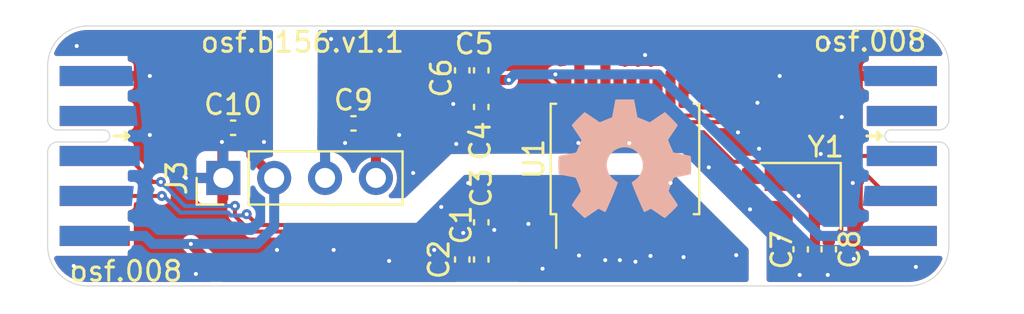
<source format=kicad_pcb>
(kicad_pcb (version 20221018) (generator pcbnew)
  (layers (0 "F.Cu" signal) (31 "B.Cu" signal) (34 "B.Paste" user) (35 "F.Paste" user) (36 "B.SilkS" user "B.Silkscreen") (37 "F.SilkS" user "F.Silkscreen") (38 "B.Mask" user) (39 "F.Mask" user) (44 "Edge.Cuts" user))
  (net 0 "")
  (net 1 "/iso/VDD1")
  (net 2 "/iso/VDD2")
  (net 3 "Net-(U1-XI2)")
  (net 4 "Net-(U1-XO2)")
  (net 6 "/iso/DD+")
  (net 7 "/iso/DD-")
  (net 13 "/iso/D+")
  (net 14 "/iso/D-")
  (net 19 "/iso/PGOOD")
  (net 20 "/dcdc/GND1")
  (net 21 "/dcdc/5Vin")
  (net 22 "/dcdc/GND2")
  (net 23 "/dcdc/5Vout")
  (footprint "Capacitor_SMD:C_0402_1005Metric" (layer "F.Cu") (at 177.6 101.17 -90)
    (fp_text reference "C7" (at 0.03 0.95 90) (layer "F.SilkS"))
    (fp_text value "8pF")
    (fp_line (start -0.107836 -0.36) (end 0.107836 -0.36) (stroke (width 0.12)) (layer "F.SilkS"))
    (fp_line (start -0.107836 0.36) (end 0.107836 0.36) (stroke (width 0.12)) (layer "F.SilkS"))
    (pad "1" smd roundrect (at -0.48 0 270) (size 0.56 0.62) (layers "F.Cu" "F.Paste" "F.Mask") (net 3 "Net-(U1-XI2)"))
    (pad "2" smd roundrect (at 0.48 0 270) (size 0.56 0.62) (layers "F.Cu" "F.Paste" "F.Mask") (net 22 "/dcdc/GND2"))
  )
  (footprint "Package_SO:SSOP-20_5.3x7.2mm_P0.65mm" (layer "F.Cu") (at 168.825 96.65 90)
    (fp_text reference "U1" (at 0 -4.55 90) (layer "F.SilkS"))
    (fp_text value "ADUM3166")
    (fp_line (start -2.76 -3.71) (end -2.76 -3.435) (stroke (width 0.12)) (layer "F.SilkS"))
    (fp_line (start -2.76 -3.435) (end -4.45 -3.435) (stroke (width 0.12)) (layer "F.SilkS"))
    (fp_line (start -2.76 3.71) (end -2.76 3.435) (stroke (width 0.12)) (layer "F.SilkS"))
    (fp_line (start 0 -3.71) (end -2.76 -3.71) (stroke (width 0.12)) (layer "F.SilkS"))
    (fp_line (start 0 -3.71) (end 2.76 -3.71) (stroke (width 0.12)) (layer "F.SilkS"))
    (fp_line (start 0 3.71) (end -2.76 3.71) (stroke (width 0.12)) (layer "F.SilkS"))
    (fp_line (start 0 3.71) (end 2.76 3.71) (stroke (width 0.12)) (layer "F.SilkS"))
    (fp_line (start 2.76 -3.71) (end 2.76 -3.435) (stroke (width 0.12)) (layer "F.SilkS"))
    (fp_line (start 2.76 3.71) (end 2.76 3.435) (stroke (width 0.12)) (layer "F.SilkS"))
    (pad "1" smd roundrect (at -3.5 -2.925 90) (size 1.9 0.5) (layers "F.Cu" "F.Paste" "F.Mask") (net 21 "/dcdc/5Vin"))
    (pad "2" smd roundrect (at -3.5 -2.275 90) (size 1.9 0.5) (layers "F.Cu" "F.Paste" "F.Mask") (net 20 "/dcdc/GND1"))
    (pad "3" smd roundrect (at -3.5 -1.625 90) (size 1.9 0.5) (layers "F.Cu" "F.Paste" "F.Mask") (net 1 "/iso/VDD1"))
    (pad "4" smd roundrect (at -3.5 -0.975 90) (size 1.9 0.5) (layers "F.Cu" "F.Paste" "F.Mask") (net 20 "/dcdc/GND1"))
    (pad "5" smd roundrect (at -3.5 -0.325 90) (size 1.9 0.5) (layers "F.Cu" "F.Paste" "F.Mask") (net 20 "/dcdc/GND1"))
    (pad "6" smd roundrect (at -3.5 0.325 90) (size 1.9 0.5) (layers "F.Cu" "F.Paste" "F.Mask") (net 20 "/dcdc/GND1"))
    (pad "7" smd roundrect (at -3.5 0.975 90) (size 1.9 0.5) (layers "F.Cu" "F.Paste" "F.Mask") (net 20 "/dcdc/GND1"))
    (pad "8" smd roundrect (at -3.5 1.625 90) (size 1.9 0.5) (layers "F.Cu" "F.Paste" "F.Mask") (net 13 "/iso/D+"))
    (pad "9" smd roundrect (at -3.5 2.275 90) (size 1.9 0.5) (layers "F.Cu" "F.Paste" "F.Mask") (net 14 "/iso/D-"))
    (pad "10" smd roundrect (at -3.5 2.925 90) (size 1.9 0.5) (layers "F.Cu" "F.Paste" "F.Mask") (net 20 "/dcdc/GND1"))
    (pad "11" smd roundrect (at 3.5 2.925 90) (size 1.9 0.5) (layers "F.Cu" "F.Paste" "F.Mask") (net 22 "/dcdc/GND2"))
    (pad "12" smd roundrect (at 3.5 2.275 90) (size 1.9 0.5) (layers "F.Cu" "F.Paste" "F.Mask") (net 6 "/iso/DD+"))
    (pad "13" smd roundrect (at 3.5 1.625 90) (size 1.9 0.5) (layers "F.Cu" "F.Paste" "F.Mask") (net 7 "/iso/DD-"))
    (pad "14" smd roundrect (at 3.5 0.975 90) (size 1.9 0.5) (layers "F.Cu" "F.Paste" "F.Mask") (net 19 "/iso/PGOOD"))
    (pad "15" smd roundrect (at 3.5 0.325 90) (size 1.9 0.5) (layers "F.Cu" "F.Paste" "F.Mask") (net 4 "Net-(U1-XO2)"))
    (pad "16" smd roundrect (at 3.5 -0.325 90) (size 1.9 0.5) (layers "F.Cu" "F.Paste" "F.Mask") (net 3 "Net-(U1-XI2)"))
    (pad "17" smd roundrect (at 3.5 -0.975 90) (size 1.9 0.5) (layers "F.Cu" "F.Paste" "F.Mask") (net 22 "/dcdc/GND2"))
    (pad "18" smd roundrect (at 3.5 -1.625 90) (size 1.9 0.5) (layers "F.Cu" "F.Paste" "F.Mask") (net 2 "/iso/VDD2"))
    (pad "19" smd roundrect (at 3.5 -2.275 90) (size 1.9 0.5) (layers "F.Cu" "F.Paste" "F.Mask") (net 22 "/dcdc/GND2"))
    (pad "20" smd roundrect (at 3.5 -2.925 90) (size 1.9 0.5) (layers "F.Cu" "F.Paste" "F.Mask") (net 23 "/dcdc/5Vout"))
  )
  (footprint "Capacitor_SMD:C_0402_1005Metric" (layer "F.Cu") (at 161.65 92.22 90)
    (fp_text reference "C5" (at 1.32 -0.35) (layer "F.SilkS"))
    (fp_text value "10uF")
    (fp_line (start -0.107836 -0.36) (end 0.107836 -0.36) (stroke (width 0.12)) (layer "F.SilkS"))
    (fp_line (start -0.107836 0.36) (end 0.107836 0.36) (stroke (width 0.12)) (layer "F.SilkS"))
    (pad "1" smd roundrect (at -0.48 0 90) (size 0.56 0.62) (layers "F.Cu" "F.Paste" "F.Mask") (net 23 "/dcdc/5Vout"))
    (pad "2" smd roundrect (at 0.48 0 90) (size 0.56 0.62) (layers "F.Cu" "F.Paste" "F.Mask") (net 22 "/dcdc/GND2"))
  )
  (footprint "Capacitor_SMD:C_0402_1005Metric" (layer "F.Cu") (at 161.65 94.05 90)
    (fp_text reference "C4" (at -1.7 -0.05 90) (layer "F.SilkS"))
    (fp_text value "100nF")
    (fp_line (start -0.107836 -0.36) (end 0.107836 -0.36) (stroke (width 0.12)) (layer "F.SilkS"))
    (fp_line (start -0.107836 0.36) (end 0.107836 0.36) (stroke (width 0.12)) (layer "F.SilkS"))
    (pad "1" smd roundrect (at -0.48 0 90) (size 0.56 0.62) (layers "F.Cu" "F.Paste" "F.Mask") (net 2 "/iso/VDD2"))
    (pad "2" smd roundrect (at 0.48 0 90) (size 0.56 0.62) (layers "F.Cu" "F.Paste" "F.Mask") (net 22 "/dcdc/GND2"))
  )
  (footprint "Connector_PinHeader_2.54mm:PinHeader_1x04_P2.54mm_Vertical" (layer "F.Cu") (at 148.77 97.6 90)
    (fp_text reference "J3" (at 0 -2.33 90) (layer "F.SilkS"))
    (fp_text value "B0505M-2WR2")
    (fp_line (start -1.33 -1.33) (end 0 -1.33) (stroke (width 0.12)) (layer "F.SilkS"))
    (fp_line (start -1.33 0) (end -1.33 -1.33) (stroke (width 0.12)) (layer "F.SilkS"))
    (fp_line (start -1.33 1.27) (end -1.33 8.95) (stroke (width 0.12)) (layer "F.SilkS"))
    (fp_line (start -1.33 1.27) (end 1.33 1.27) (stroke (width 0.12)) (layer "F.SilkS"))
    (fp_line (start -1.33 8.95) (end 1.33 8.95) (stroke (width 0.12)) (layer "F.SilkS"))
    (fp_line (start 1.33 1.27) (end 1.33 8.95) (stroke (width 0.12)) (layer "F.SilkS"))
    (pad "1" thru_hole rect (at 0 0 90) (size 1.7 1.7) (drill 1) (layers "*.Cu" "*.Mask") (net 20 "/dcdc/GND1"))
    (pad "2" thru_hole oval (at 0 2.54 90) (size 1.7 1.7) (drill 1) (layers "*.Cu" "*.Mask") (net 21 "/dcdc/5Vin"))
    (pad "3" thru_hole oval (at 0 5.08 90) (size 1.7 1.7) (drill 1) (layers "*.Cu" "*.Mask") (net 22 "/dcdc/GND2"))
    (pad "4" thru_hole oval (at 0 7.62 90) (size 1.7 1.7) (drill 1) (layers "*.Cu" "*.Mask") (net 23 "/dcdc/5Vout"))
  )
  (footprint "Capacitor_SMD:C_0402_1005Metric" (layer "F.Cu") (at 160.7 92.22 90)
    (fp_text reference "C6" (at -0.38 -1.05 90) (layer "F.SilkS"))
    (fp_text value "100nF")
    (fp_line (start -0.107836 -0.36) (end 0.107836 -0.36) (stroke (width 0.12)) (layer "F.SilkS"))
    (fp_line (start -0.107836 0.36) (end 0.107836 0.36) (stroke (width 0.12)) (layer "F.SilkS"))
    (pad "1" smd roundrect (at -0.48 0 90) (size 0.56 0.62) (layers "F.Cu" "F.Paste" "F.Mask") (net 23 "/dcdc/5Vout"))
    (pad "2" smd roundrect (at 0.48 0 90) (size 0.56 0.62) (layers "F.Cu" "F.Paste" "F.Mask") (net 22 "/dcdc/GND2"))
  )
  (footprint "Capacitor_SMD:C_0402_1005Metric" (layer "F.Cu") (at 160.7 101.68 90)
    (fp_text reference "C2" (at 0 -1.16 90) (layer "F.SilkS"))
    (fp_text value "10uF")
    (fp_line (start -0.107836 -0.36) (end 0.107836 -0.36) (stroke (width 0.12)) (layer "F.SilkS"))
    (fp_line (start -0.107836 0.36) (end 0.107836 0.36) (stroke (width 0.12)) (layer "F.SilkS"))
    (pad "1" smd roundrect (at -0.48 0 90) (size 0.56 0.62) (layers "F.Cu" "F.Paste" "F.Mask") (net 21 "/dcdc/5Vin"))
    (pad "2" smd roundrect (at 0.48 0 90) (size 0.56 0.62) (layers "F.Cu" "F.Paste" "F.Mask") (net 20 "/dcdc/GND1"))
  )
  (footprint "on_edge:on_edge_2x05_host" (layer "F.Cu") (at 185 96.5 -90)
    (fp_text reference "J1")
    (fp_text value "008_USB")
    (fp_line (start -1 3.373) (end -1.2 3.573) (stroke (width 0.153)) (layer "F.SilkS"))
    (fp_line (start -1 4.1) (end -1 3.373) (stroke (width 0.153)) (layer "F.SilkS"))
    (fp_line (start -0.8 3.573) (end -1 3.373) (stroke (width 0.153)) (layer "F.SilkS"))
    (fp_line (start -4 0) (end -1.8 0) (stroke (width 0.05)) (layer "Edge.Cuts"))
    (fp_line (start -1.3 0.5) (end -1.3 2.9) (stroke (width 0.05)) (layer "Edge.Cuts"))
    (fp_line (start -0.7 2.9) (end -0.7 0.5) (stroke (width 0.05)) (layer "Edge.Cuts"))
    (fp_line (start -0.2 0) (end 4 0) (stroke (width 0.05)) (layer "Edge.Cuts"))
    (fp_arc (start -1.8 0) (mid -1.446447 0.146447) (end -1.3 0.5) (stroke (width 0.05)) (layer "Edge.Cuts"))
    (fp_arc (start -0.7 0.5) (mid -0.553553 0.146447) (end -0.2 0) (stroke (width 0.05)) (layer "Edge.Cuts"))
    (fp_arc (start -0.7 2.9) (mid -1 3.2) (end -1.3 2.9) (stroke (width 0.05)) (layer "Edge.Cuts"))
    (pad "1" smd rect (at -4 2.35 270) (size 1 3.5) (layers "F.Cu" "F.Mask") (net 22 "/dcdc/GND2"))
    (pad "2" smd rect (at -2 2.35 270) (size 1 3.5) (layers "F.Cu" "F.Mask"))
    (pad "3" smd rect (at 0 2.35 270) (size 1 3.5) (layers "F.Cu" "F.Mask") (net 6 "/iso/DD+"))
    (pad "4" smd rect (at 2 2.35 270) (size 1 3.5) (layers "F.Cu" "F.Mask") (net 7 "/iso/DD-"))
    (pad "5" smd rect (at 4 2.35 270) (size 1 3.5) (layers "F.Cu" "F.Mask"))
    (pad "6" smd custom (at -4 2.4 90) (size 1 3.6) (layers "B.Cu" "B.Mask") (options (clearance outline) (anchor rect)) (primitives (gr_poly (pts (xy 0.5 -1.8) (xy -0.5 -1.8) (xy 0.5 -1.9)) (width 0) (fill yes))))
    (pad "7" smd rect (at -2 2.35 90) (size 1 3.5) (layers "B.Cu" "B.Mask"))
    (pad "8" smd rect (at 0 2.35 90) (size 1 3.5) (layers "B.Cu" "B.Mask"))
    (pad "9" smd custom (at 2 2.4 90) (size 1 3.6) (layers "B.Cu" "B.Mask") (options (clearance outline) (anchor rect)) (primitives (gr_poly (pts (xy 0.5 -1.8) (xy -0.5 -1.8) (xy -0.5 -1.9)) (width 0) (fill yes))))
    (pad "10" smd custom (at 4 2.5 90) (size 1 3.8) (layers "B.Cu" "B.Mask") (net 23 "/dcdc/5Vout") (options (clearance outline) (anchor rect)) (primitives (gr_poly (pts (xy 0.5 -1.9) (xy -0.5 -1.9) (xy -0.5 -2)) (width 0) (fill yes))))
    (zone (net 0) (net_name "") (layers "F&B.Cu") (connect_pads (clearance 0)) (min_thickness 0.254)
      (keepout (tracks allowed) (vias not_allowed) (pads allowed) (copperpour not_allowed) (footprints not_allowed))
      (fill (thermal_gap 0.508) (thermal_bridge_width 0.508))
      (polygon (pts (xy 181 101.5) (xy 181 91.5) (xy 185 91.5) (xy 185 101.5)))
    )
  )
  (footprint "on_edge:on_edge_2x05_device" (layer "F.Cu") (at 140 96.5 -90)
    (fp_text reference "J2")
    (fp_text value "008_USB")
    (fp_line (start -1.2 -3.85) (end -1 -4.05) (stroke (width 0.153)) (layer "F.SilkS"))
    (fp_line (start -1 -4.05) (end -1 -3.323) (stroke (width 0.153)) (layer "F.SilkS"))
    (fp_line (start -1 -4.05) (end -0.8 -3.85) (stroke (width 0.153)) (layer "F.SilkS"))
    (fp_line (start -4 0) (end -1.8 0) (stroke (width 0.05)) (layer "Edge.Cuts"))
    (fp_line (start -1.3 -2.8) (end -1.3 -0.5) (stroke (width 0.05)) (layer "Edge.Cuts"))
    (fp_line (start -0.7 -0.5) (end -0.7 -2.8) (stroke (width 0.05)) (layer "Edge.Cuts"))
    (fp_line (start -0.2 0) (end 4 0) (stroke (width 0.05)) (layer "Edge.Cuts"))
    (fp_arc (start -1.3 -2.8) (mid -1 -3.1) (end -0.7 -2.8) (stroke (width 0.05)) (layer "Edge.Cuts"))
    (fp_arc (start -1.3 -0.5) (mid -1.446447 -0.146447) (end -1.8 0) (stroke (width 0.05)) (layer "Edge.Cuts"))
    (fp_arc (start -0.2 0) (mid -0.553553 -0.146447) (end -0.7 -0.5) (stroke (width 0.05)) (layer "Edge.Cuts"))
    (pad "1" smd rect (at -4 -2.35 90) (size 1 3.5) (layers "F.Cu" "F.Mask") (net 20 "/dcdc/GND1"))
    (pad "2" smd rect (at -2 -2.35 270) (size 1 3.5) (layers "F.Cu" "F.Mask"))
    (pad "3" smd rect (at 0 -2.35 270) (size 1 3.5) (layers "F.Cu" "F.Mask") (net 13 "/iso/D+"))
    (pad "4" smd rect (at 2 -2.35 90) (size 1 3.5) (layers "F.Cu" "F.Mask") (net 14 "/iso/D-"))
    (pad "5" smd rect (at 4 -2.35 90) (size 1 3.5) (layers "F.Cu" "F.Mask"))
    (pad "6" smd custom (at -4 -2.4 270) (size 1 3.6) (layers "B.Cu" "B.Mask") (options (clearance outline) (anchor rect)) (primitives (gr_poly (pts (xy 0.5 -1.8) (xy 0.5 -1.9) (xy -0.5 -1.8)) (width 0) (fill yes))))
    (pad "7" smd custom (at -2 -2.1 270) (size 1 3) (layers "B.Cu" "B.Mask") (options (clearance outline) (anchor rect)) (primitives (gr_poly (pts (xy 0.3 -0.51) (xy 0.31 -0.62) (xy 0.33 -0.7) (xy 0.35 -0.76) (xy 0.37 -0.81) (xy 0.4 -0.86) (xy 0.44 -0.92) (xy 0.48 -0.97) (xy 0.5 -0.99) (xy 0.5 -2.4) (xy -0.5 -2.3) (xy -0.5 1.5) (xy 0.3 1.5)) (width 0) (fill yes))))
    (pad "8" smd rect (at 0 -2.6 270) (size 1 4) (layers "B.Cu" "B.Mask"))
    (pad "9" smd custom (at 2 -2.4 270) (size 1 3.6) (layers "B.Cu" "B.Mask") (options (clearance outline) (anchor rect)) (primitives (gr_poly (pts (xy -0.5 -1.8) (xy -0.5 -1.9) (xy 0.5 -1.8)) (width 0) (fill yes))))
    (pad "10" smd custom (at 4 -2.3 270) (size 1 3.4) (layers "B.Cu" "B.Mask") (net 21 "/dcdc/5Vin") (options (clearance outline) (anchor rect)) (primitives (gr_poly (pts (xy -0.5 -1.7) (xy -0.5 -1.8) (xy 0.5 -1.7)) (width 0) (fill yes))))
    (zone (net 0) (net_name "") (layers "F&B.Cu") (connect_pads (clearance 0)) (min_thickness 0.254)
      (keepout (tracks allowed) (vias not_allowed) (pads allowed) (copperpour not_allowed) (footprints not_allowed))
      (fill (thermal_gap 0.508) (thermal_bridge_width 0.508))
      (polygon (pts (xy 140 101.5) (xy 140 91.5) (xy 144 91.5) (xy 144 101.5)))
    )
  )
  (footprint "Capacitor_SMD:C_0402_1005Metric" (layer "F.Cu") (at 161.65 99.82 -90)
    (fp_text reference "C3" (at -1.72 0 90) (layer "F.SilkS"))
    (fp_text value "100nF")
    (fp_line (start -0.107836 -0.36) (end 0.107836 -0.36) (stroke (width 0.12)) (layer "F.SilkS"))
    (fp_line (start -0.107836 0.36) (end 0.107836 0.36) (stroke (width 0.12)) (layer "F.SilkS"))
    (pad "1" smd roundrect (at -0.48 0 270) (size 0.56 0.62) (layers "F.Cu" "F.Paste" "F.Mask") (net 1 "/iso/VDD1"))
    (pad "2" smd roundrect (at 0.48 0 270) (size 0.56 0.62) (layers "F.Cu" "F.Paste" "F.Mask") (net 20 "/dcdc/GND1"))
  )
  (footprint "Capacitor_SMD:C_0402_1005Metric" (layer "F.Cu") (at 149.26 95.09)
    (fp_text reference "C10" (at 0 -1.16) (layer "F.SilkS"))
    (fp_text value "10uF")
    (fp_line (start -0.107836 -0.36) (end 0.107836 -0.36) (stroke (width 0.12)) (layer "F.SilkS"))
    (fp_line (start -0.107836 0.36) (end 0.107836 0.36) (stroke (width 0.12)) (layer "F.SilkS"))
    (pad "1" smd roundrect (at -0.48 0) (size 0.56 0.62) (layers "F.Cu" "F.Paste" "F.Mask") (net 20 "/dcdc/GND1"))
    (pad "2" smd roundrect (at 0.48 0) (size 0.56 0.62) (layers "F.Cu" "F.Paste" "F.Mask") (net 21 "/dcdc/5Vin"))
  )
  (footprint "Capacitor_SMD:C_0402_1005Metric" (layer "F.Cu") (at 179 101.17 -90)
    (fp_text reference "C8" (at 0 -1.05 90) (layer "F.SilkS"))
    (fp_text value "8pF")
    (fp_line (start -0.107836 -0.36) (end 0.107836 -0.36) (stroke (width 0.12)) (layer "F.SilkS"))
    (fp_line (start -0.107836 0.36) (end 0.107836 0.36) (stroke (width 0.12)) (layer "F.SilkS"))
    (pad "1" smd roundrect (at -0.48 0 270) (size 0.56 0.62) (layers "F.Cu" "F.Paste" "F.Mask") (net 4 "Net-(U1-XO2)"))
    (pad "2" smd roundrect (at 0.48 0 270) (size 0.56 0.62) (layers "F.Cu" "F.Paste" "F.Mask") (net 22 "/dcdc/GND2"))
  )
  (footprint "Capacitor_SMD:C_0402_1005Metric" (layer "F.Cu") (at 155.27 94.87)
    (fp_text reference "C9" (at 0 -1.16) (layer "F.SilkS"))
    (fp_text value "10uF")
    (fp_line (start -0.107836 -0.36) (end 0.107836 -0.36) (stroke (width 0.12)) (layer "F.SilkS"))
    (fp_line (start -0.107836 0.36) (end 0.107836 0.36) (stroke (width 0.12)) (layer "F.SilkS"))
    (pad "1" smd roundrect (at -0.48 0) (size 0.56 0.62) (layers "F.Cu" "F.Paste" "F.Mask") (net 22 "/dcdc/GND2"))
    (pad "2" smd roundrect (at 0.48 0) (size 0.56 0.62) (layers "F.Cu" "F.Paste" "F.Mask") (net 23 "/dcdc/5Vout"))
  )
  (footprint "Crystal:Crystal_SMD_3225-4Pin_3.2x2.5mm" (layer "F.Cu") (at 177.6 98.5 180)
    (fp_text reference "Y1" (at -1.25 2.45) (layer "F.SilkS"))
    (fp_text value "Crystal_GND24_Small")
    (fp_line (start -2 -1.65) (end -2 1.65) (stroke (width 0.12)) (layer "F.SilkS"))
    (fp_line (start -2 1.65) (end 2 1.65) (stroke (width 0.12)) (layer "F.SilkS"))
    (pad "1" smd rect (at -1.1 0.85 180) (size 1.4 1.2) (layers "F.Cu" "F.Paste" "F.Mask") (net 4 "Net-(U1-XO2)"))
    (pad "2" smd rect (at 1.1 0.85 180) (size 1.4 1.2) (layers "F.Cu" "F.Paste" "F.Mask") (net 22 "/dcdc/GND2"))
    (pad "3" smd rect (at 1.1 -0.85 180) (size 1.4 1.2) (layers "F.Cu" "F.Paste" "F.Mask") (net 3 "Net-(U1-XI2)"))
    (pad "4" smd rect (at -1.1 -0.85 180) (size 1.4 1.2) (layers "F.Cu" "F.Paste" "F.Mask") (net 22 "/dcdc/GND2"))
  )
  (footprint "Capacitor_SMD:C_0402_1005Metric" (layer "F.Cu") (at 161.65 101.68 90)
    (fp_text reference "C1" (at 1.73 -1 90) (layer "F.SilkS"))
    (fp_text value "100nF")
    (fp_line (start -0.107836 -0.36) (end 0.107836 -0.36) (stroke (width 0.12)) (layer "F.SilkS"))
    (fp_line (start -0.107836 0.36) (end 0.107836 0.36) (stroke (width 0.12)) (layer "F.SilkS"))
    (pad "1" smd roundrect (at -0.48 0 90) (size 0.56 0.62) (layers "F.Cu" "F.Paste" "F.Mask") (net 21 "/dcdc/5Vin"))
    (pad "2" smd roundrect (at 0.48 0 90) (size 0.56 0.62) (layers "F.Cu" "F.Paste" "F.Mask") (net 20 "/dcdc/GND1"))
  )
  (footprint "Symbol:OSHW-Symbol_6.7x6mm_SilkScreen" (layer "B.Cu") (at 168.825 96.65 180)
    (fp_text reference "LOGO1" hide)
    (fp_text value "Logo_Open_Hardware_Small" hide)
    (fp_poly (pts (xy 0.555814 2.531069) (xy 0.639635 2.086445) (xy 0.94892 1.958947) (xy 1.258206 1.831449) (xy 1.629246 2.083754) (xy 1.733157 2.154004) (xy 1.827087 2.216728) (xy 1.906652 2.269062) (xy 1.96747 2.308143) (xy 2.005157 2.331107) (xy 2.015421 2.336058) (xy 2.03391 2.323324) (xy 2.07342 2.288118) (xy 2.129522 2.234938) (xy 2.197787 2.168282) (xy 2.273786 2.092646) (xy 2.353092 2.012528) (xy 2.431275 1.932426) (xy 2.503907 1.856836) (xy 2.566559 1.790255) (xy 2.614803 1.737182) (xy 2.64421 1.702113) (xy 2.651241 1.690377) (xy 2.641123 1.66874) (xy 2.612759 1.621338) (xy 2.569129 1.552807) (xy 2.513218 1.467785) (xy 2.448006 1.370907) (xy 2.410219 1.31565) (xy 2.341343 1.214752) (xy 2.28014 1.123701) (xy 2.229578 1.04703) (xy 2.192628 0.989272) (xy 2.172258 0.954957) (xy 2.169197 0.947746) (xy 2.176136 0.927252) (xy 2.195051 0.879487) (xy 2.223087 0.811168) (xy 2.257391 0.729011) (xy 2.295109 0.63973) (xy 2.333387 0.550042) (xy 2.36937 0.466662) (xy 2.400206 0.396306) (xy 2.423039 0.34569) (xy 2.435017 0.321529) (xy 2.435724 0.320578) (xy 2.454531 0.315964) (xy 2.504618 0.305672) (xy 2.580793 0.290713) (xy 2.677865 0.272099) (xy 2.790643 0.250841) (xy 2.856442 0.238582) (xy 2.97695 0.215638) (xy 3.085797 0.193805) (xy 3.177476 0.174278) (xy 3.246481 0.158252) (xy 3.287304 0.146921) (xy 3.295511 0.143326) (xy 3.303548 0.118994) (xy 3.310033 0.064041) (xy 3.31497 -0.015108) (xy 3.318364 -0.112026) (xy 3.320218 -0.220287) (xy 3.320538 -0.333465) (xy 3.319327 -0.445135) (xy 3.31659 -0.548868) (xy 3.312331 -0.638241) (xy 3.306555 -0.706826) (xy 3.299267 -0.748197) (xy 3.294895 -0.75681) (xy 3.268764 -0.767133) (xy 3.213393 -0.781892) (xy 3.136107 -0.799352) (xy 3.04423 -0.81778) (xy 3.012158 -0.823741) (xy 2.857524 -0.852066) (xy 2.735375 -0.874876) (xy 2.641673 -0.89308) (xy 2.572384 -0.907583) (xy 2.523471 -0.919292) (xy 2.490897 -0.929115) (xy 2.470628 -0.937956) (xy 2.458626 -0.946724) (xy 2.456947 -0.948457) (xy 2.440184 -0.976371) (xy 2.414614 -1.030695) (xy 2.382788 -1.104777) (xy 2.34726 -1.191965) (xy 2.310583 -1.285608) (xy 2.275311 -1.379052) (xy 2.243996 -1.465647) (xy 2.219193 -1.53874) (xy 2.203454 -1.591678) (xy 2.199332 -1.617811) (xy 2.199676 -1.618726) (xy 2.213641 -1.640086) (xy 2.245322 -1.687084) (xy 2.291391 -1.754827) (xy 2.348518 -1.838423) (xy 2.413373 -1.932982) (xy 2.431843 -1.959854) (xy 2.497699 -2.057275) (xy 2.55565 -2.146163) (xy 2.602538 -2.221412) (xy 2.635207 -2.27792) (xy 2.6505 -2.310581) (xy 2.651241 -2.314593) (xy 2.638392 -2.335684) (xy 2.602888 -2.377464) (xy 2.549293 -2.435445) (xy 2.482171 -2.505135) (xy 2.406087 -2.582045) (xy 2.325604 -2.661683) (xy 2.245287 -2.739561) (xy 2.169699 -2.811186) (xy 2.103405 -2.87207) (xy 2.050969 -2.917721) (xy 2.016955 -2.94365) (xy 2.007545 -2.947883) (xy 1.985643 -2.937912) (xy 1.9408 -2.91102) (xy 1.880321 -2.871736) (xy 1.833789 -2.840117) (xy 1.749475 -2.782098) (xy 1.649626 -2.713784) (xy 1.549473 -2.645579) (xy 1.495627 -2.609075) (xy 1.313371 -2.4858) (xy 1.160381 -2.56852) (xy 1.090682 -2.604759) (xy 1.031414 -2.632926) (xy 0.991311 -2.648991) (xy 0.981103 -2.651226) (xy 0.968829 -2.634722) (xy 0.944613 -2.588082) (xy 0.910263 -2.515609) (xy 0.867588 -2.421606) (xy 0.818394 -2.310374) (xy 0.76449 -2.186215) (xy 0.707684 -2.053432) (xy 0.649782 -1.916327) (xy 0.592593 -1.779202) (xy 0.537924 -1.646358) (xy 0.487584 -1.522098) (xy 0.44338 -1.410725) (xy 0.407119 -1.316539) (xy 0.380609 -1.243844) (xy 0.365658 -1.196941) (xy 0.363254 -1.180833) (xy 0.382311 -1.160286) (xy 0.424036 -1.126933) (xy 0.479706 -1.087702) (xy 0.484378 -1.084599) (xy 0.628264 -0.969423) (xy 0.744283 -0.835053) (xy 0.83143 -0.685784) (xy 0.888699 -0.525913) (xy 0.915086 -0.359737) (xy 0.909585 -0.191552) (xy 0.87119 -0.025655) (xy 0.798895 0.133658) (xy 0.777626 0.168513) (xy 0.666996 0.309263) (xy 0.536302 0.422286) (xy 0.390064 0.506997) (xy 0.232808 0.562806) (xy 0.069057 0.589126) (xy -0.096667 0.58537) (xy -0.259838 0.55095) (xy -0.415935 0.485277) (xy -0.560433 0.387765) (xy -0.605131 0.348187) (xy -0.718888 0.224297) (xy -0.801782 0.093876) (xy -0.858644 -0.052315) (xy -0.890313 -0.197088) (xy -0.898131 -0.35986) (xy -0.872062 -0.52344) (xy -0.814755 -0.682298) (xy -0.728856 -0.830906) (xy -0.617014 -0.963735) (xy -0.481877 -1.075256) (xy -0.464117 -1.087011) (xy -0.40785 -1.125508) (xy -0.365077 -1.158863) (xy -0.344628 -1.18016) (xy -0.344331 -1.180833) (xy -0.348721 -1.203871) (xy -0.366124 -1.256157) (xy -0.394732 -1.33339) (xy -0.432735 -1.431268) (xy -0.478326 -1.545491) (xy -0.529697 -1.671758) (xy -0.585038 -1.805767) (xy -0.642542 -1.943218) (xy -0.700399 -2.079808) (xy -0.756802 -2.211237) (xy -0.809942 -2.333205) (xy -0.85801 -2.441409) (xy -0.899199 -2.531549) (xy -0.931699 -2.599323) (xy -0.953703 -2.64043) (xy -0.962564 -2.651226) (xy -0.98964 -2.642819) (xy -1.040303 -2.620272) (xy -1.105817 -2.587613) (xy -1.141841 -2.56852) (xy -1.294832 -2.4858) (xy -1.477088 -2.609075) (xy -1.570125 -2.672228) (xy -1.671985 -2.741727) (xy -1.767438 -2.807165) (xy -1.81525 -2.840117) (xy -1.882495 -2.885273) (xy -1.939436 -2.921057) (xy -1.978646 -2.942938) (xy -1.991381 -2.947563) (xy -2.009917 -2.935085) (xy -2.050941 -2.900252) (xy -2.110475 -2.846678) (xy -2.184542 -2.777983) (xy -2.269165 -2.697781) (xy -2.322685 -2.646286) (xy -2.416319 -2.554286) (xy -2.497241 -2.471999) (xy -2.562177 -2.402945) (xy -2.607858 -2.350644) (xy -2.631011 -2.318616) (xy -2.633232 -2.312116) (xy -2.622924 -2.287394) (xy -2.594439 -2.237405) (xy -2.550937 -2.167212) (xy -2.495577 -2.081875) (xy -2.43152 -1.986456) (xy -2.413303 -1.959854) (xy -2.346927 -1.863167) (xy -2.287378 -1.776117) (xy -2.237984 -1.703595) (xy -2.202075 -1.650493) (xy -2.182981 -1.621703) (xy -2.181136 -1.618726) (xy -2.183895 -1.595782) (xy -2.198538 -1.545336) (xy -2.222513 -1.474041) (xy -2.253266 -1.388547) (xy -2.288244 -1.295507) (xy -2.324893 -1.201574) (xy -2.360661 -1.113399) (xy -2.392994 -1.037634) (xy -2.419338 -0.980931) (xy -2.437142 -0.949943) (xy -2.438407 -0.948457) (xy -2.449294 -0.939601) (xy -2.467682 -0.930843) (xy -2.497606 -0.921277) (xy -2.543103 -0.909996) (xy -2.608209 -0.896093) (xy -2.696961 -0.878663) (xy -2.813393 -0.856798) (xy -2.961542 -0.829591) (xy -2.993618 -0.823741) (xy -3.088686 -0.805374) (xy -3.171565 -0.787405) (xy -3.23493 -0.771569) (xy -3.271458 -0.7596) (xy -3.276356 -0.75681) (xy -3.284427 -0.732072) (xy -3.290987 -0.67679) (xy -3.296033 -0.597389) (xy -3.299559 -0.500296) (xy -3.301561 -0.391938) (xy -3.302036 -0.27874) (xy -3.300977 -0.167128) (xy -3.298382 -0.063529) (xy -3.294246 0.025632) (xy -3.288563 0.093928) (xy -3.281331 0.134934) (xy -3.276971 0.143326) (xy -3.252698 0.151792) (xy -3.197426 0.165565) (xy -3.116662 0.18345) (xy -3.015912 0.204252) (xy -2.900683 0.226777) (xy -2.837902 0.238582) (xy -2.718787 0.260849) (xy -2.612565 0.281021) (xy -2.524427 0.298085) (xy -2.459566 0.311031) (xy -2.423174 0.318845) (xy -2.417184 0.320578) (xy -2.407061 0.34011) (xy -2.385662 0.387157) (xy -2.355839 0.454997) (xy -2.320445 0.536909) (xy -2.282332 0.626172) (xy -2.244353 0.716065) (xy -2.20936 0.799865) (xy -2.180206 0.870853) (xy -2.159743 0.922306) (xy -2.150823 0.947503) (xy -2.150657 0.948604) (xy -2.160769 0.968481) (xy -2.189117 1.014223) (xy -2.232723 1.081283) (xy -2.288606 1.165116) (xy -2.353787 1.261174) (xy -2.391679 1.31635) (xy -2.460725 1.417519) (xy -2.52205 1.50937) (xy -2.572663 1.587256) (xy -2.609571 1.646531) (xy -2.629782 1.682549) (xy -2.632701 1.690623) (xy -2.620153 1.709416) (xy -2.585463 1.749543) (xy -2.533063 1.806507) (xy -2.467384 1.875815) (xy -2.392856 1.952969) (xy -2.313913 2.033475) (xy -2.234983 2.112837) (xy -2.1605 2.18656) (xy -2.094894 2.250148) (xy -2.042596 2.299106) (xy -2.008039 2.328939) (xy -1.996478 2.336058) (xy -1.977654 2.326047) (xy -1.932631 2.297922) (xy -1.865787 2.254546) (xy -1.781499 2.198782) (xy -1.684144 2.133494) (xy -1.610707 2.083754) (xy -1.239667 1.831449) (xy -0.621095 2.086445) (xy -0.537275 2.531069) (xy -0.453454 2.975693) (xy 0.471994 2.975693) (xy 0.555814 2.531069)) (stroke (width 0.01)) (fill solid) (layer "B.SilkS"))
  )
  (gr_line (start 142 90) (end 183 90) (stroke (width 0.05)) (layer "Edge.Cuts"))
  (gr_arc (start 185 101) (mid 184.414214 102.414214) (end 183 103) (stroke (width 0.05)) (layer "Edge.Cuts"))
  (gr_line (start 183 103) (end 142 103) (stroke (width 0.05)) (layer "Edge.Cuts"))
  (gr_arc (start 183 90) (mid 184.414214 90.585786) (end 185 92) (stroke (width 0.05)) (layer "Edge.Cuts"))
  (gr_arc (start 142 103) (mid 140.585786 102.414214) (end 140 101) (stroke (width 0.05)) (layer "Edge.Cuts"))
  (gr_line (start 185 92.5) (end 185 92) (stroke (width 0.05)) (layer "Edge.Cuts"))
  (gr_line (start 140 92.5) (end 140 92) (stroke (width 0.05)) (layer "Edge.Cuts"))
  (gr_line (start 140 101) (end 140 100.5) (stroke (width 0.05)) (layer "Edge.Cuts"))
  (gr_arc (start 140 92) (mid 140.585786 90.585786) (end 142 90) (stroke (width 0.05)) (layer "Edge.Cuts"))
  (gr_line (start 185 101) (end 185 100.5) (stroke (width 0.05)) (layer "Edge.Cuts"))
  (gr_text "osf.008" (at 141 102.85) (layer "F.SilkS") (effects (font (size 1 1)) (justify left bottom)))
  (gr_text "osf.008" (at 178.15 91.35) (layer "F.SilkS") (effects (font (size 1 1)) (justify left bottom)))
  (gr_text "osf.b156.v1.1" (at 147.55 91.4) (layer "F.SilkS") (effects (font (size 1 1)) (justify left bottom)))
  (segment (start 167.2 99.55) (end 167.2 98.746) (width 0.5) (layer "F.Cu") (net 1))
  (segment (start 167.127 98.673) (end 162.317 98.673) (width 0.5) (layer "F.Cu") (net 1))
  (segment (start 162.317 98.673) (end 161.65 99.34) (width 0.5) (layer "F.Cu") (net 1))
  (segment (start 167.2 98.746) (end 167.127 98.673) (width 0.5) (layer "F.Cu") (net 1))
  (segment (start 167.2 93.75) (end 167.2 94.65) (width 0.5) (layer "F.Cu") (net 2))
  (segment (start 167.2 94.65) (end 164.442 94.65) (width 0.5) (layer "F.Cu") (net 2))
  (segment (start 164.196 94.404) (end 161.776 94.404) (width 0.5) (layer "F.Cu") (net 2))
  (segment (start 161.776 94.404) (end 161.65 94.53) (width 0.5) (layer "F.Cu") (net 2))
  (segment (start 164.442 94.65) (end 164.196 94.404) (width 0.5) (layer "F.Cu") (net 2))
  (segment (start 172.61 95.64) (end 175.39 98.42) (width 0.2) (layer "F.Cu") (net 3))
  (segment (start 175.39 98.42) (end 175.57 98.42) (width 0.2) (layer "F.Cu") (net 3))
  (segment (start 168.5 93.75) (end 168.5 94.16058) (width 0.2) (layer "F.Cu") (net 3))
  (segment (start 169.97942 95.64) (end 172.61 95.64) (width 0.2) (layer "F.Cu") (net 3))
  (segment (start 176.5 99.59) (end 177.6 100.69) (width 0.2) (layer "F.Cu") (net 3))
  (segment (start 175.57 98.42) (end 176.5 99.35) (width 0.2) (layer "F.Cu") (net 3))
  (segment (start 168.5 94.16058) (end 169.97942 95.64) (width 0.2) (layer "F.Cu") (net 3))
  (segment (start 176.5 99.35) (end 176.5 99.59) (width 0.2) (layer "F.Cu") (net 3))
  (segment (start 178.7 97.65) (end 179.627 98.577) (width 0.2) (layer "F.Cu") (net 4))
  (segment (start 169.15 94.348132) (end 170.114868 95.313) (width 0.2) (layer "F.Cu") (net 4))
  (segment (start 172.745448 95.313) (end 174.222448 96.79) (width 0.2) (layer "F.Cu") (net 4))
  (segment (start 170.114868 95.313) (end 172.745448 95.313) (width 0.2) (layer "F.Cu") (net 4))
  (segment (start 179.627 98.577) (end 179.627 100.177) (width 0.2) (layer "F.Cu") (net 4))
  (segment (start 179.627 100.177) (end 179.114 100.69) (width 0.2) (layer "F.Cu") (net 4))
  (segment (start 179.114 100.69) (end 179 100.69) (width 0.2) (layer "F.Cu") (net 4))
  (segment (start 177.84 96.79) (end 178.7 97.65) (width 0.2) (layer "F.Cu") (net 4))
  (segment (start 169.15 93.75) (end 169.15 94.348132) (width 0.2) (layer "F.Cu") (net 4))
  (segment (start 174.222448 96.79) (end 177.84 96.79) (width 0.2) (layer "F.Cu") (net 4))
  (segment (start 179.038448 95.13) (end 180.408448 96.5) (width 0.2) (layer "F.Cu") (net 6))
  (segment (start 175.8 95.13) (end 179.038448 95.13) (width 0.2) (layer "F.Cu") (net 6))
  (segment (start 171.1 93.75) (end 171.1 94.16) (width 0.2) (layer "F.Cu") (net 6))
  (segment (start 171.1 94.16) (end 171.42 94.48) (width 0.2) (layer "F.Cu") (net 6))
  (segment (start 175.15 94.48) (end 175.8 95.13) (width 0.2) (layer "F.Cu") (net 6))
  (segment (start 180.408448 96.5) (end 182.65 96.5) (width 0.2) (layer "F.Cu") (net 6))
  (segment (start 171.42 94.48) (end 175.15 94.48) (width 0.2) (layer "F.Cu") (net 6))
  (segment (start 170.45 93.972448) (end 171.284552 94.807) (width 0.2) (layer "F.Cu") (net 7))
  (segment (start 170.45 93.75) (end 170.45 93.972448) (width 0.2) (layer "F.Cu") (net 7))
  (segment (start 175.014552 94.807) (end 175.664552 95.457) (width 0.2) (layer "F.Cu") (net 7))
  (segment (start 181.946 98.5) (end 182.65 98.5) (width 0.2) (layer "F.Cu") (net 7))
  (segment (start 178.903 95.457) (end 181.946 98.5) (width 0.2) (layer "F.Cu") (net 7))
  (segment (start 171.284552 94.807) (end 175.014552 94.807) (width 0.2) (layer "F.Cu") (net 7))
  (segment (start 175.664552 95.457) (end 178.903 95.457) (width 0.2) (layer "F.Cu") (net 7))
  (segment (start 143.95 96.5) (end 142.35 96.5) (width 0.2) (layer "F.Cu") (net 13))
  (segment (start 169.62158 98.097) (end 170.45 98.92542) (width 0.2) (layer "F.Cu") (net 13))
  (segment (start 162.060102 98.097) (end 169.62158 98.097) (width 0.2) (layer "F.Cu") (net 13))
  (segment (start 145.25 97.8) (end 143.95 96.5) (width 0.2) (layer "F.Cu") (net 13))
  (segment (start 170.45 98.92542) (end 170.45 99.55) (width 0.2) (layer "F.Cu") (net 13))
  (segment (start 149.35 99.5) (end 150.13 100.28) (width 0.2) (layer "F.Cu") (net 13))
  (segment (start 149.35 99) (end 149.35 99.5) (width 0.2) (layer "F.Cu") (net 13))
  (segment (start 159.877102 100.28) (end 162.060102 98.097) (width 0.2) (layer "F.Cu") (net 13))
  (segment (start 145.65 97.8) (end 145.25 97.8) (width 0.2) (layer "F.Cu") (net 13))
  (segment (start 150.13 100.28) (end 159.877102 100.28) (width 0.2) (layer "F.Cu") (net 13))
  (via (at 149.35 99) (size 0.5) (drill 0.2) (layers "F.Cu" "B.Cu") (net 13))
  (via (at 145.65 97.8) (size 0.5) (drill 0.2) (layers "F.Cu" "B.Cu") (net 13))
  (segment (start 146.85 99) (end 146.177 98.327) (width 0.2) (layer "B.Cu") (net 13))
  (segment (start 146.177 98.30242) (end 145.89758 98.023) (width 0.2) (layer "B.Cu") (net 13))
  (segment (start 145.89758 98.023) (end 145.873 98.023) (width 0.2) (layer "B.Cu") (net 13))
  (segment (start 149.35 99) (end 146.85 99) (width 0.2) (layer "B.Cu") (net 13))
  (segment (start 145.873 98.023) (end 145.65 97.8) (width 0.2) (layer "B.Cu") (net 13))
  (segment (start 146.177 98.327) (end 146.177 98.30242) (width 0.2) (layer "B.Cu") (net 13))
  (segment (start 161.924654 97.77) (end 169.757028 97.77) (width 0.2) (layer "F.Cu") (net 14))
  (segment (start 171.1 99.112972) (end 171.1 99.55) (width 0.2) (layer "F.Cu") (net 14))
  (segment (start 150.476874 99.953) (end 159.741654 99.953) (width 0.2) (layer "F.Cu") (net 14))
  (segment (start 169.757028 97.77) (end 171.1 99.112972) (width 0.2) (layer "F.Cu") (net 14))
  (segment (start 159.741654 99.953) (end 161.924654 97.77) (width 0.2) (layer "F.Cu") (net 14))
  (segment (start 145.7 98.5) (end 142.35 98.5) (width 0.2) (layer "F.Cu") (net 14))
  (segment (start 149.936937 99.413063) (end 150.476874 99.953) (width 0.2) (layer "F.Cu") (net 14))
  (via (at 149.936937 99.413063) (size 0.5) (drill 0.2) (layers "F.Cu" "B.Cu") (net 14))
  (via (at 145.7 98.5) (size 0.5) (drill 0.2) (layers "F.Cu" "B.Cu") (net 14))
  (segment (start 149.873 99.477) (end 149.15242 99.477) (width 0.2) (layer "B.Cu") (net 14))
  (segment (start 145.75 98.45) (end 145.7 98.5) (width 0.2) (layer "B.Cu") (net 14))
  (segment (start 149.00242 99.327) (end 146.627 99.327) (width 0.2) (layer "B.Cu") (net 14))
  (segment (start 146.627 99.327) (end 145.75 98.45) (width 0.2) (layer "B.Cu") (net 14))
  (segment (start 149.936937 99.413063) (end 149.873 99.477) (width 0.2) (layer "B.Cu") (net 14))
  (segment (start 149.15242 99.477) (end 149.00242 99.327) (width 0.2) (layer "B.Cu") (net 14))
  (segment (start 161.65 100.3) (end 161.65 101.2) (width 0.5) (layer "F.Cu") (net 20))
  (segment (start 167.84 100.16) (end 167.85 100.15) (width 0.5) (layer "F.Cu") (net 20))
  (segment (start 148.723 94.903) (end 146.32 92.5) (width 0.5) (layer "F.Cu") (net 20))
  (segment (start 169.8 101.2) (end 169.8 99.55) (width 0.5) (layer "F.Cu") (net 20))
  (segment (start 148.7 95.8) (end 148.723 95.777) (width 0.5) (layer "F.Cu") (net 20))
  (segment (start 168.57 100.22) (end 168.5 100.15) (width 0.5) (layer "F.Cu") (net 20))
  (segment (start 167.85 100.36) (end 167.85 99.55) (width 0.5) (layer "F.Cu") (net 20))
  (segment (start 160.7 101.2) (end 151.45 101.2) (width 0.5) (layer "F.Cu") (net 20))
  (segment (start 170.1 101.5) (end 169.8 101.2) (width 0.5) (layer "F.Cu") (net 20))
  (segment (start 151.45 101.2) (end 150 101.2) (width 0.5) (layer "F.Cu") (net 20))
  (segment (start 148.723 95.777) (end 148.723 94.903) (width 0.5) (layer "F.Cu") (net 20))
  (segment (start 160.7 101.2) (end 161.65 101.2) (width 0.5) (layer "F.Cu") (net 20))
  (segment (start 150 101.2) (end 148.723 99.923) (width 0.5) (layer "F.Cu") (net 20))
  (segment (start 146.32 92.5) (end 145.1 92.5) (width 0.5) (layer "F.Cu") (net 20))
  (segment (start 168.5 99.55) (end 168.5 100.48) (width 0.5) (layer "F.Cu") (net 20))
  (segment (start 169.15 101.59) (end 169.15 99.55) (width 0.5) (layer "F.Cu") (net 20))
  (segment (start 164.002999 99.898) (end 162.602 99.898) (width 0.5) (layer "F.Cu") (net 20))
  (segment (start 168.5 100.48) (end 168.49 100.49) (width 0.5) (layer "F.Cu") (net 20))
  (segment (start 162.3 100.2) (end 162.2 100.3) (width 0.5) (layer "F.Cu") (net 20))
  (segment (start 169.35 101.79) (end 169.15 101.59) (width 0.5) (layer "F.Cu") (net 20))
  (segment (start 162.2 100.3) (end 161.65 100.3) (width 0.5) (layer "F.Cu") (net 20))
  (segment (start 145.1 92.5) (end 142.35 92.5) (width 0.5) (layer "F.Cu") (net 20))
  (segment (start 166.55 101.46) (end 166.55 99.55) (width 0.5) (layer "F.Cu") (net 20))
  (segment (start 166.53 101.48) (end 166.55 101.46) (width 0.5) (layer "F.Cu") (net 20))
  (segment (start 168.57 101.71) (end 168.57 100.22) (width 0.5) (layer "F.Cu") (net 20))
  (segment (start 171.75 99.55) (end 171.75 101.56) (width 0.5) (layer "F.Cu") (net 20))
  (segment (start 162.602 99.898) (end 162.3 100.2) (width 0.5) (layer "F.Cu") (net 20))
  (segment (start 167.84 101.71) (end 167.84 100.16) (width 0.5) (layer "F.Cu") (net 20))
  (segment (start 148.723 95.823) (end 148.7 95.8) (width 0.5) (layer "F.Cu") (net 20))
  (segment (start 148.723 99.923) (end 148.723 95.823) (width 0.5) (layer "F.Cu") (net 20))
  (via (at 171.1 97.85) (size 0.5) (drill 0.2) (layers "F.Cu" "B.Cu") (net 20))
  (via (at 141.3 102) (size 0.5) (drill 0.2) (layers "F.Cu" "B.Cu") (net 20))
  (via (at 167.84 101.71) (size 0.5) (drill 0.2) (layers "F.Cu" "B.Cu") (net 20))
  (via (at 164.71 102.14) (size 0.5) (drill 0.2) (layers "F.Cu" "B.Cu") (net 20))
  (via (at 162.3 100.2) (size 0.5) (drill 0.2) (layers "F.Cu" "B.Cu") (net 20))
  (via (at 164.002999 99.898) (size 0.5) (drill 0.2) (layers "F.Cu" "B.Cu") (net 20))
  (via (at 161 97.85) (size 0.5) (drill 0.2) (layers "F.Cu" "B.Cu") (net 20))
  (via (at 170.1 101.5) (size 0.5) (drill 0.2) (layers "F.Cu" "B.Cu") (net 20))
  (via (at 151.45 101.2) (size 0.5) (drill 0.2) (layers "F.Cu" "B.Cu") (net 20))
  (via (at 157.05 101.75) (size 0.5) (drill 0.2) (layers "F.Cu" "B.Cu") (net 20))
  (via (at 174.38 101.46) (size 0.5) (drill 0.2) (layers "F.Cu" "B.Cu") (net 20))
  (via (at 154.28 101.2) (size 0.5) (drill 0.2) (layers "F.Cu" "B.Cu") (net 20))
  (via (at 147.4 102.4) (size 0.5) (drill 0.2) (layers "F.Cu" "B.Cu") (net 20))
  (via (at 146.9 97.6) (size 0.5) (drill 0.2) (layers "F.Cu" "B.Cu") (net 20))
  (via (at 148.7 95.8) (size 0.5) (drill 0.2) (layers "F.Cu" "B.Cu") (net 20))
  (via (at 168.57 101.71) (size 0.5) (drill 0.2) (layers "F.Cu" "B.Cu") (net 20))
  (via (at 166.53 101.48) (size 0.5) (drill 0.2) (layers "F.Cu" "B.Cu") (net 20))
  (via (at 141.45 91) (size 0.5) (drill 0.2) (layers "F.Cu" "B.Cu") (net 20))
  (via (at 145.1 92.5) (size 0.5) (drill 0.2) (layers "F.Cu" "B.Cu") (net 20))
  (via (at 150.8 90.6) (size 0.5) (drill 0.2) (layers "F.Cu" "B.Cu") (net 20))
  (via (at 159.3 101.2) (size 0.5) (drill 0.2) (layers "F.Cu" "B.Cu") (net 20))
  (via (at 145.1 95.45) (size 0.5) (drill 0.2) (layers "F.Cu" "B.Cu") (net 20))
  (via (at 159.65 99.05) (size 0.5) (drill 0.2) (layers "F.Cu" "B.Cu") (net 20))
  (via (at 160.75 100.35) (size 0.5) (drill 0.2) (layers "F.Cu" "B.Cu") (net 20))
  (via (at 169.35 101.79) (size 0.5) (drill 0.2) (layers "F.Cu" "B.Cu") (net 20))
  (via (at 150.8 95.8) (size 0.5) (drill 0.2) (layers "F.Cu" "B.Cu") (net 20))
  (via (at 171.75 101.56) (size 0.5) (drill 0.2) (layers "F.Cu" "B.Cu") (net 20))
  (segment (start 168.2 99.85) (end 168.49 99.85) (width 0.5) (layer "B.Cu") (net 20))
  (segment (start 166.53 101.48) (end 166.53 99.86) (width 0.5) (layer "B.Cu") (net 20))
  (segment (start 168.49 99.85) (end 169.19 99.85) (width 0.5) (layer "B.Cu") (net 20))
  (segment (start 164.050999 99.85) (end 164.002999 99.898) (width 0.5) (layer "B.Cu") (net 20))
  (segment (start 169.45 99.85) (end 170.09 99.85) (width 0.5) (layer "B.Cu") (net 20))
  (segment (start 170.09 101.49) (end 170.09 99.85) (width 0.5) (layer "B.Cu") (net 20))
  (segment (start 166.95 99.85) (end 166.52 99.85) (width 0.5) (layer "B.Cu") (net 20))
  (segment (start 166.52 99.85) (end 164.050999 99.85) (width 0.5) (layer "B.Cu") (net 20))
  (segment (start 169.19 101.63) (end 169.19 99.85) (width 0.5) (layer "B.Cu") (net 20))
  (segment (start 166.95 99.85) (end 168.2 99.85) (width 0.5) (layer "B.Cu") (net 20))
  (segment (start 170.1 101.5) (end 170.09 101.49) (width 0.5) (layer "B.Cu") (net 20))
  (segment (start 168.49 100.49) (end 168.49 99.85) (width 0.5) (layer "B.Cu") (net 20))
  (segment (start 171.75 101.56) (end 170.09 99.9) (width 0.5) (layer "B.Cu") (net 20))
  (segment (start 170.09 99.9) (end 170.09 99.85) (width 0.5) (layer "B.Cu") (net 20))
  (segment (start 166.53 99.86) (end 166.52 99.85) (width 0.5) (layer "B.Cu") (net 20))
  (segment (start 169.35 101.79) (end 169.19 101.63) (width 0.5) (layer "B.Cu") (net 20))
  (segment (start 169.19 99.85) (end 169.45 99.85) (width 0.5) (layer "B.Cu") (net 20))
  (segment (start 160.31 102.55) (end 160.7 102.16) (width 0.5) (layer "F.Cu") (net 21))
  (segment (start 147.15 100.9) (end 148.8 102.55) (width 0.5) (layer "F.Cu") (net 21))
  (segment (start 160.7 102.16) (end 161.65 102.16) (width 0.5) (layer "F.Cu") (net 21))
  (segment (start 148.8 102.55) (end 160.31 102.55) (width 0.5) (layer "F.Cu") (net 21))
  (segment (start 149.74 95.09) (end 150.173 95.523) (width 0.5) (layer "F.Cu") (net 21))
  (segment (start 163.29 102.16) (end 165.9 99.55) (width 0.5) (layer "F.Cu") (net 21))
  (segment (start 150.173 96.463) (end 151.31 97.6) (width 0.5) (layer "F.Cu") (net 21))
  (segment (start 161.65 102.16) (end 163.29 102.16) (width 0.5) (layer "F.Cu") (net 21))
  (segment (start 150.173 95.523) (end 150.173 96.463) (width 0.5) (layer "F.Cu") (net 21))
  (via (at 147.15 100.9) (size 0.5) (drill 0.2) (layers "F.Cu" "B.Cu") (net 21))
  (segment (start 147.15 100.9) (end 145.25 100.9) (width 0.5) (layer "B.Cu") (net 21))
  (segment (start 147.15 100.9) (end 150.45 100.9) (width 0.5) (layer "B.Cu") (net 21))
  (segment (start 150.45 100.9) (end 151.31 100.04) (width 0.5) (layer "B.Cu") (net 21))
  (segment (start 145.25 100.9) (end 144.85 100.5) (width 0.5) (layer "B.Cu") (net 21))
  (segment (start 151.31 100.04) (end 151.31 97.6) (width 0.5) (layer "B.Cu") (net 21))
  (segment (start 144.85 100.5) (end 142.3 100.5) (width 0.5) (layer "B.Cu") (net 21))
  (segment (start 164.38 92.92) (end 164.38 92) (width 0.5) (layer "F.Cu") (net 22))
  (segment (start 164.12 91.74) (end 164.38 92) (width 0.5) (layer "F.Cu") (net 22))
  (segment (start 176.55 92.5) (end 182.65 92.5) (width 0.5) (layer "F.Cu") (net 22))
  (segment (start 171.19 91.45) (end 172.24 92.5) (width 0.5) (layer "F.Cu") (net 22))
  (segment (start 178.35 101.65) (end 179 101.65) (width 0.5) (layer "F.Cu") (net 22))
  (segment (start 167.85 93.75) (end 167.85 91.41) (width 0.5) (layer "F.Cu") (net 22))
  (segment (start 163.523 93.777) (end 164.38 92.92) (width 0.5) (layer "F.Cu") (net 22))
  (segment (start 164.92 91.46) (end 164.38 92) (width 0.5) (layer "F.Cu") (net 22))
  (segment (start 157.06 91.74) (end 164.12 91.74) (width 0.5) (layer "F.Cu") (net 22))
  (segment (start 153.85 97.6) (end 153.85 94.95) (width 0.5) (layer "F.Cu") (net 22))
  (segment (start 166.55 93.75) (end 166.55 91.865552) (width 0.5) (layer "F.Cu") (net 22))
  (segment (start 166.55 91.865552) (end 166.535552 91.88) (width 0.5) (layer "F.Cu") (net 22))
  (segment (start 178.346 99.35) (end 177.5 98.504) (width 0.5) (layer "F.Cu") (net 22))
  (segment (start 178.313 99.737) (end 178.7 99.35) (width 0.5) (layer "F.Cu") (net 22))
  (segment (start 178.35 101.65) (end 178.313 101.613) (width 0.5) (layer "F.Cu") (net 22))
  (segment (start 154.79 94.87) (end 153.93 94.87) (width 0.5) (layer "F.Cu") (net 22))
  (segment (start 176.646 97.65) (end 176.5 97.65) (width 0.5) (layer "F.Cu") (net 22))
  (segment (start 177.5 98.5) (end 177.496 98.5) (width 0.5) (layer "F.Cu") (net 22))
  (segment (start 169.79 91.41) (end 167.005552 91.41) (width 0.5) (layer "F.Cu") (net 22))
  (segment (start 172.24 92.5) (end 176.55 92.5) (width 0.5) (layer "F.Cu") (net 22))
  (segment (start 166.115552 91.46) (end 164.92 91.46) (width 0.5) (layer "F.Cu") (net 22))
  (segment (start 161.65 93.57) (end 161.857 93.777) (width 0.5) (layer "F.Cu") (net 22))
  (segment (start 169.83 91.45) (end 171.19 91.45) (width 0.5) (layer "F.Cu") (net 22))
  (segment (start 178.3 101.65) (end 178.35 101.65) (width 0.5) (layer "F.Cu") (net 22))
  (segment (start 177.496 98.5) (end 176.646 97.65) (width 0.5) (layer "F.Cu") (net 22))
  (segment (start 171.75 92.01) (end 171.75 93.75) (width 0.5) (layer "F.Cu") (net 22))
  (segment (start 153.93 94.87) (end 153.85 94.95) (width 0.5) (layer "F.Cu") (net 22))
  (segment (start 178.7 99.35) (end 178.346 99.35) (width 0.5) (layer "F.Cu") (net 22))
  (segment (start 153.85 94.95) (end 157.06 91.74) (width 0.5) (layer "F.Cu") (net 22))
  (segment (start 169.83 91.45) (end 169.79 91.41) (width 0.5) (layer "F.Cu") (net 22))
  (segment (start 177.5 98.504) (end 177.5 98.5) (width 0.5) (layer "F.Cu") (net 22))
  (segment (start 166.535552 91.88) (end 166.115552 91.46) (width 0.5) (layer "F.Cu") (net 22))
  (segment (start 178.313 101.613) (end 178.313 99.737) (width 0.5) (layer "F.Cu") (net 22))
  (segment (start 167.005552 91.41) (end 166.535552 91.88) (width 0.5) (layer "F.Cu") (net 22))
  (segment (start 161.857 93.777) (end 163.523 93.777) (width 0.5) (layer "F.Cu") (net 22))
  (segment (start 177.6 101.65) (end 178.3 101.65) (width 0.5) (layer "F.Cu") (net 22))
  (segment (start 171.19 91.45) (end 171.75 92.01) (width 0.5) (layer "F.Cu") (net 22))
  (via (at 178.95 102.45) (size 0.5) (drill 0.2) (layers "F.Cu" "B.Cu") (net 22))
  (via (at 179 90.85) (size 0.5) (drill 0.2) (layers "F.Cu" "B.Cu") (net 22))
  (via (at 175.07 99.17) (size 0.5) (drill 0.2) (layers "F.Cu" "B.Cu") (net 22))
  (via (at 177.55 102.45) (size 0.5) (drill 0.2) (layers "F.Cu" "B.Cu") (net 22))
  (via (at 183.15 90.85) (size 0.5) (drill 0.2) (layers "F.Cu" "B.Cu") (net 22))
  (via (at 154.15 90.65) (size 0.5) (drill 0.2) (layers "F.Cu" "B.Cu") (net 22))
  (via (at 176.55 92.5) (size 0.5) (drill 0.2) (layers "F.Cu" "B.Cu") (net 22))
  (via (at 173.01 97.07) (size 0.5) (drill 0.2) (layers "F.Cu" "B.Cu") (net 22))
  (via (at 157.55 95.45) (size 0.5) (drill 0.2) (layers "F.Cu" "B.Cu") (net 22))
  (via (at 169.04 95.86) (size 0.5) (drill 0.2) (layers "F.Cu" "B.Cu") (net 22))
  (via (at 158.25 97.35) (size 0.5) (drill 0.2) (layers "F.Cu" "B.Cu") (net 22))
  (via (at 180.25 101.65) (size 0.5) (drill 0.2) (layers "F.Cu" "B.Cu") (net 22))
  (via (at 154.85 95.85) (size 0.5) (drill 0.2) (layers "F.Cu" "B.Cu") (net 22))
  (via (at 174.47 95.32) (size 0.5) (drill 0.2) (layers "F.Cu" "B.Cu") (net 22))
  (via (at 169.83 91.45) (size 0.5) (drill 0.2) (layers "F.Cu" "B.Cu") (net 22))
  (via (at 175.44 93.84) (size 0.5) (drill 0.2) (layers "F.Cu" "B.Cu") (net 22))
  (via (at 176.5 100.6) (size 0.5) (drill 0.2) (layers "F.Cu" "B.Cu") (net 22))
  (via (at 160.4 95.9) (size 0.5) (drill 0.2) (layers "F.Cu" "B.Cu") (net 22))
  (via (at 160.55 90.55) (size 0.5) (drill 0.2) (layers "F.Cu" "B.Cu") (net 22))
  (via (at 179.65 94.55) (size 0.5) (drill 0.2) (layers "F.Cu" "B.Cu") (net 22))
  (via (at 178.6 96.4) (size 0.5) (drill 0.2) (layers "F.Cu" "B.Cu") (net 22))
  (via (at 177.5 98.5) (size 0.5) (drill 0.2) (layers "F.Cu" "B.Cu") (net 22))
  (via (at 166.5 95.85) (size 0.5) (drill 0.2) (layers "F.Cu" "B.Cu") (net 22))
  (via (at 183.35 102.05) (size 0.5) (drill 0.2) (layers "F.Cu" "B.Cu") (net 22))
  (via (at 160.25 93.9) (size 0.5) (drill 0.2) (layers "F.Cu" "B.Cu") (net 22))
  (via (at 180.2 97.85) (size 0.5) (drill 0.2) (layers "F.Cu" "B.Cu") (net 22))
  (via (at 175.52 96.14) (size 0.5) (drill 0.2) (layers "F.Cu" "B.Cu") (net 22))
  (segment (start 176.55 97.55) (end 177.5 98.5) (width 0.5) (layer "B.Cu") (net 22))
  (segment (start 176.55 92.5) (end 176.55 97.55) (width 0.5) (layer "B.Cu") (net 22))
  (segment (start 156.31 94.87) (end 156.39 94.95) (width 0.5) (layer "F.Cu") (net 23))
  (segment (start 160.7 92.7) (end 158.64 92.7) (width 0.5) (layer "F.Cu") (net 23))
  (segment (start 161.65 92.7) (end 160.7 92.7) (width 0.5) (layer "F.Cu") (net 23))
  (segment (start 155.75 94.87) (end 156.31 94.87) (width 0.5) (layer "F.Cu") (net 23))
  (segment (start 165.35 92.42) (end 165.9 92.97) (width 0.5) (layer "F.Cu") (net 23))
  (segment (start 163.03 92.7) (end 161.65 92.7) (width 0.5) (layer "F.Cu") (net 23))
  (segment (start 156.39 94.95) (end 156.39 97.6) (width 0.5) (layer "F.Cu") (net 23))
  (segment (start 158.64 92.7) (end 156.39 94.95) (width 0.5) (layer "F.Cu") (net 23))
  (segment (start 165.9 92.97) (end 165.9 93.75) (width 0.5) (layer "F.Cu") (net 23))
  (via (at 163.03 92.7) (size 0.5) (drill 0.2) (layers "F.Cu" "B.Cu") (net 23))
  (via (at 165.35 92.42) (size 0.5) (drill 0.2) (layers "F.Cu" "B.Cu") (net 23))
  (segment (start 178.55 100.5) (end 182.5 100.5) (width 0.5) (layer "B.Cu") (net 23))
  (segment (start 170.47 92.42) (end 178.55 100.5) (width 0.5) (layer "B.Cu") (net 23))
  (segment (start 163.31 92.42) (end 170.47 92.42) (width 0.5) (layer "B.Cu") (net 23))
  (segment (start 163.03 92.7) (end 163.31 92.42) (width 0.5) (layer "B.Cu") (net 23))
  (zone (net 20) (net_name "/dcdc/GND1") (layers "F&B.Cu") (priority 1) (connect_pads (clearance 0.2)) (min_thickness 0.25) (fill yes (thermal_gap 0.5) (thermal_bridge_width 0.5))
    (polygon (pts (xy 175 104.3) (xy 175 101.15) (xy 171.3 97.45) (xy 160.8 97.45) (xy 158.4 99.85) (xy 151.25 99.85) (xy 151.25 88.8) (xy 139.25 88.75) (xy 139.4 104.3)))
  )
  (zone (net 22) (net_name "/dcdc/GND2") (layers "F&B.Cu") (connect_pads (clearance 0.2)) (min_thickness 0.25) (fill yes (thermal_gap 0.5) (thermal_bridge_width 0.5))
    (polygon (pts (xy 185.15 104.4) (xy 185.2 88.7) (xy 153.5 88.7) (xy 153.45 98.7) (xy 157.85 98.6) (xy 160.15 96.4) (xy 171.7 96.35) (xy 175.9 100.55) (xy 175.9 104.4)))
  )
)
</source>
